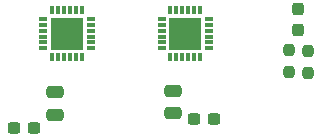
<source format=gbr>
%TF.GenerationSoftware,KiCad,Pcbnew,9.0.6*%
%TF.CreationDate,2025-12-12T15:58:06+01:00*%
%TF.ProjectId,nsm4202A_MAN3910,6e736d34-3230-4324-915f-4d414e333931,rev?*%
%TF.SameCoordinates,Original*%
%TF.FileFunction,Paste,Bot*%
%TF.FilePolarity,Positive*%
%FSLAX46Y46*%
G04 Gerber Fmt 4.6, Leading zero omitted, Abs format (unit mm)*
G04 Created by KiCad (PCBNEW 9.0.6) date 2025-12-12 15:58:06*
%MOMM*%
%LPD*%
G01*
G04 APERTURE LIST*
G04 Aperture macros list*
%AMRoundRect*
0 Rectangle with rounded corners*
0 $1 Rounding radius*
0 $2 $3 $4 $5 $6 $7 $8 $9 X,Y pos of 4 corners*
0 Add a 4 corners polygon primitive as box body*
4,1,4,$2,$3,$4,$5,$6,$7,$8,$9,$2,$3,0*
0 Add four circle primitives for the rounded corners*
1,1,$1+$1,$2,$3*
1,1,$1+$1,$4,$5*
1,1,$1+$1,$6,$7*
1,1,$1+$1,$8,$9*
0 Add four rect primitives between the rounded corners*
20,1,$1+$1,$2,$3,$4,$5,0*
20,1,$1+$1,$4,$5,$6,$7,0*
20,1,$1+$1,$6,$7,$8,$9,0*
20,1,$1+$1,$8,$9,$2,$3,0*%
G04 Aperture macros list end*
%ADD10RoundRect,0.237500X0.300000X0.237500X-0.300000X0.237500X-0.300000X-0.237500X0.300000X-0.237500X0*%
%ADD11RoundRect,0.237500X0.237500X-0.300000X0.237500X0.300000X-0.237500X0.300000X-0.237500X-0.300000X0*%
%ADD12R,0.800000X0.300000*%
%ADD13R,0.300000X0.800000*%
%ADD14R,2.800000X2.800000*%
%ADD15RoundRect,0.237500X-0.237500X0.250000X-0.237500X-0.250000X0.237500X-0.250000X0.237500X0.250000X0*%
%ADD16RoundRect,0.237500X-0.300000X-0.237500X0.300000X-0.237500X0.300000X0.237500X-0.300000X0.237500X0*%
%ADD17RoundRect,0.250000X-0.475000X0.250000X-0.475000X-0.250000X0.475000X-0.250000X0.475000X0.250000X0*%
G04 APERTURE END LIST*
D10*
%TO.C,C1*%
X112462500Y-96600000D03*
X110737500Y-96600000D03*
%TD*%
D11*
%TO.C,C4*%
X134800000Y-88262500D03*
X134800000Y-86537500D03*
%TD*%
D12*
%TO.C,IC1*%
X117230000Y-87350400D03*
X117230000Y-87850399D03*
X117230000Y-88350400D03*
X117230000Y-88850400D03*
X117230000Y-89350401D03*
X117230000Y-89850400D03*
D13*
X116480000Y-90600400D03*
X115980001Y-90600400D03*
X115480000Y-90600400D03*
X114980000Y-90600400D03*
X114479999Y-90600400D03*
X113980000Y-90600400D03*
D12*
X113230000Y-89850400D03*
X113230000Y-89350401D03*
X113230000Y-88850400D03*
X113230000Y-88350400D03*
X113230000Y-87850399D03*
X113230000Y-87350400D03*
D13*
X113980000Y-86600400D03*
X114479999Y-86600400D03*
X114980000Y-86600400D03*
X115480000Y-86600400D03*
X115980001Y-86600400D03*
X116480000Y-86600400D03*
D14*
X115230000Y-88600400D03*
%TD*%
D15*
%TO.C,R2*%
X134000000Y-90000000D03*
X134000000Y-91825000D03*
%TD*%
D12*
%TO.C,IC2*%
X127230000Y-87350000D03*
X127230000Y-87849999D03*
X127230000Y-88350000D03*
X127230000Y-88850000D03*
X127230000Y-89350001D03*
X127230000Y-89850000D03*
D13*
X126480000Y-90600000D03*
X125980001Y-90600000D03*
X125480000Y-90600000D03*
X124980000Y-90600000D03*
X124479999Y-90600000D03*
X123980000Y-90600000D03*
D12*
X123230000Y-89850000D03*
X123230000Y-89350001D03*
X123230000Y-88850000D03*
X123230000Y-88350000D03*
X123230000Y-87849999D03*
X123230000Y-87350000D03*
D13*
X123980000Y-86600000D03*
X124479999Y-86600000D03*
X124980000Y-86600000D03*
X125480000Y-86600000D03*
X125980001Y-86600000D03*
X126480000Y-86600000D03*
D14*
X125230000Y-88600000D03*
%TD*%
D16*
%TO.C,C8*%
X125937500Y-95800000D03*
X127662500Y-95800000D03*
%TD*%
D15*
%TO.C,R1*%
X135600000Y-90087500D03*
X135600000Y-91912500D03*
%TD*%
D17*
%TO.C,C3*%
X114250000Y-93575000D03*
X114250000Y-95475000D03*
%TD*%
%TO.C,C7*%
X124175000Y-93450000D03*
X124175000Y-95350000D03*
%TD*%
M02*

</source>
